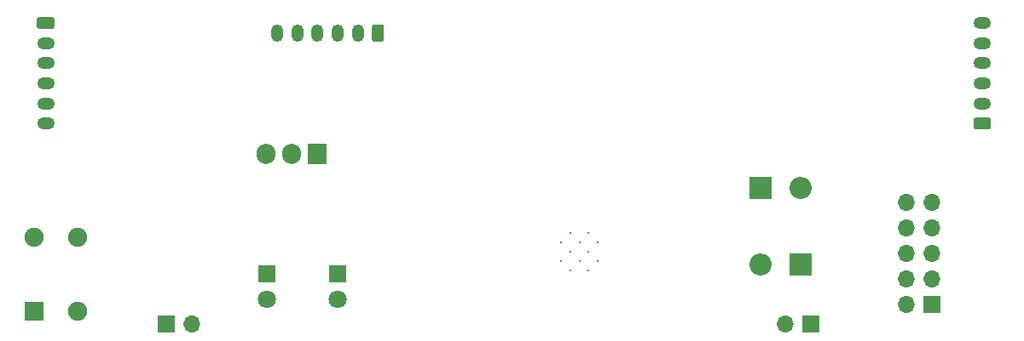
<source format=gbr>
G04 #@! TF.GenerationSoftware,KiCad,Pcbnew,(5.1.10)-1*
G04 #@! TF.CreationDate,2021-07-07T16:36:37+09:00*
G04 #@! TF.ProjectId,driver,64726976-6572-42e6-9b69-6361645f7063,rev?*
G04 #@! TF.SameCoordinates,Original*
G04 #@! TF.FileFunction,Soldermask,Bot*
G04 #@! TF.FilePolarity,Negative*
%FSLAX46Y46*%
G04 Gerber Fmt 4.6, Leading zero omitted, Abs format (unit mm)*
G04 Created by KiCad (PCBNEW (5.1.10)-1) date 2021-07-07 16:36:37*
%MOMM*%
%LPD*%
G01*
G04 APERTURE LIST*
%ADD10O,1.700000X1.700000*%
%ADD11R,1.700000X1.700000*%
%ADD12C,0.300000*%
%ADD13C,1.800000*%
%ADD14R,1.800000X1.800000*%
%ADD15R,2.200000X2.200000*%
%ADD16O,2.200000X2.200000*%
%ADD17O,1.200000X1.750000*%
%ADD18O,1.750000X1.200000*%
%ADD19C,1.905000*%
%ADD20R,1.905000X1.905000*%
%ADD21R,1.905000X2.000000*%
%ADD22O,1.905000X2.000000*%
G04 APERTURE END LIST*
D10*
X88960000Y-20840000D03*
X91500000Y-20840000D03*
X88960000Y-23380000D03*
X91500000Y-23380000D03*
X88960000Y-25920000D03*
X91500000Y-25920000D03*
X88960000Y-28460000D03*
X91500000Y-28460000D03*
X88960000Y-31000000D03*
D11*
X91500000Y-31000000D03*
D12*
X55582500Y-23925000D03*
X57417500Y-23925000D03*
X54665000Y-24842500D03*
X56500000Y-24842500D03*
X58335000Y-24842500D03*
X55582500Y-25760000D03*
X57417500Y-25760000D03*
X54665000Y-26677500D03*
X56500000Y-26677500D03*
X58335000Y-26677500D03*
X55582500Y-27595000D03*
X57417500Y-27595000D03*
D13*
X25500000Y-30540000D03*
D14*
X25500000Y-28000000D03*
X32500000Y-28000000D03*
D13*
X32500000Y-30540000D03*
D15*
X78500000Y-27000000D03*
D16*
X78500000Y-19380000D03*
X74500000Y-27000000D03*
D15*
X74500000Y-19380000D03*
D11*
X15500000Y-33000000D03*
D10*
X18040000Y-33000000D03*
X76960000Y-33000000D03*
D11*
X79500000Y-33000000D03*
G36*
G01*
X37100000Y-3374999D02*
X37100000Y-4625001D01*
G75*
G02*
X36850001Y-4875000I-249999J0D01*
G01*
X36149999Y-4875000D01*
G75*
G02*
X35900000Y-4625001I0J249999D01*
G01*
X35900000Y-3374999D01*
G75*
G02*
X36149999Y-3125000I249999J0D01*
G01*
X36850001Y-3125000D01*
G75*
G02*
X37100000Y-3374999I0J-249999D01*
G01*
G37*
D17*
X34500000Y-4000000D03*
X32500000Y-4000000D03*
X30500000Y-4000000D03*
X28500000Y-4000000D03*
X26500000Y-4000000D03*
G36*
G01*
X2874999Y-2400000D02*
X4125001Y-2400000D01*
G75*
G02*
X4375000Y-2649999I0J-249999D01*
G01*
X4375000Y-3350001D01*
G75*
G02*
X4125001Y-3600000I-249999J0D01*
G01*
X2874999Y-3600000D01*
G75*
G02*
X2625000Y-3350001I0J249999D01*
G01*
X2625000Y-2649999D01*
G75*
G02*
X2874999Y-2400000I249999J0D01*
G01*
G37*
D18*
X3500000Y-5000000D03*
X3500000Y-7000000D03*
X3500000Y-9000000D03*
X3500000Y-11000000D03*
X3500000Y-13000000D03*
X96500000Y-3000000D03*
X96500000Y-5000000D03*
X96500000Y-7000000D03*
X96500000Y-9000000D03*
X96500000Y-11000000D03*
G36*
G01*
X97125001Y-13600000D02*
X95874999Y-13600000D01*
G75*
G02*
X95625000Y-13350001I0J249999D01*
G01*
X95625000Y-12649999D01*
G75*
G02*
X95874999Y-12400000I249999J0D01*
G01*
X97125001Y-12400000D01*
G75*
G02*
X97375000Y-12649999I0J-249999D01*
G01*
X97375000Y-13350001D01*
G75*
G02*
X97125001Y-13600000I-249999J0D01*
G01*
G37*
D19*
X2341000Y-24317000D03*
X6659000Y-24317000D03*
X6659000Y-31683000D03*
D20*
X2341000Y-31683000D03*
D21*
X30500000Y-16000000D03*
D22*
X27960000Y-16000000D03*
X25420000Y-16000000D03*
M02*

</source>
